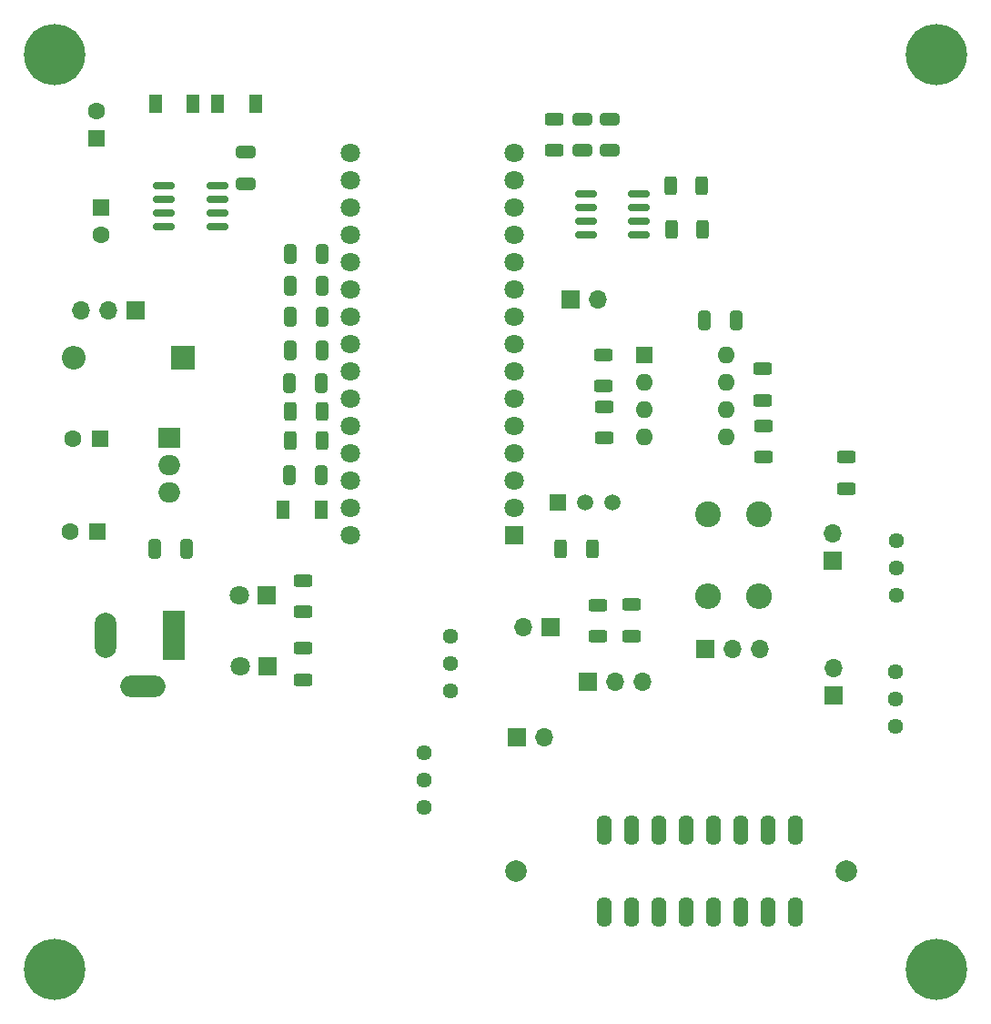
<source format=gbr>
%TF.GenerationSoftware,KiCad,Pcbnew,(6.0.7)*%
%TF.CreationDate,2023-04-23T16:52:27-04:00*%
%TF.ProjectId,NPN Tracer V2b-jlcpcb,4e504e20-5472-4616-9365-72205632622d,rev?*%
%TF.SameCoordinates,Original*%
%TF.FileFunction,Soldermask,Top*%
%TF.FilePolarity,Negative*%
%FSLAX46Y46*%
G04 Gerber Fmt 4.6, Leading zero omitted, Abs format (unit mm)*
G04 Created by KiCad (PCBNEW (6.0.7)) date 2023-04-23 16:52:27*
%MOMM*%
%LPD*%
G01*
G04 APERTURE LIST*
G04 Aperture macros list*
%AMRoundRect*
0 Rectangle with rounded corners*
0 $1 Rounding radius*
0 $2 $3 $4 $5 $6 $7 $8 $9 X,Y pos of 4 corners*
0 Add a 4 corners polygon primitive as box body*
4,1,4,$2,$3,$4,$5,$6,$7,$8,$9,$2,$3,0*
0 Add four circle primitives for the rounded corners*
1,1,$1+$1,$2,$3*
1,1,$1+$1,$4,$5*
1,1,$1+$1,$6,$7*
1,1,$1+$1,$8,$9*
0 Add four rect primitives between the rounded corners*
20,1,$1+$1,$2,$3,$4,$5,0*
20,1,$1+$1,$4,$5,$6,$7,0*
20,1,$1+$1,$6,$7,$8,$9,0*
20,1,$1+$1,$8,$9,$2,$3,0*%
G04 Aperture macros list end*
%ADD10C,1.800000*%
%ADD11R,1.800000X1.800000*%
%ADD12RoundRect,0.150000X-0.825000X-0.150000X0.825000X-0.150000X0.825000X0.150000X-0.825000X0.150000X0*%
%ADD13RoundRect,0.250000X0.325000X0.650000X-0.325000X0.650000X-0.325000X-0.650000X0.325000X-0.650000X0*%
%ADD14RoundRect,0.250000X0.625000X-0.312500X0.625000X0.312500X-0.625000X0.312500X-0.625000X-0.312500X0*%
%ADD15R,1.300000X1.700000*%
%ADD16R,2.000000X4.600000*%
%ADD17O,2.000000X4.200000*%
%ADD18O,4.200000X2.000000*%
%ADD19R,2.200000X2.200000*%
%ADD20O,2.200000X2.200000*%
%ADD21R,1.700000X1.700000*%
%ADD22O,1.700000X1.700000*%
%ADD23C,1.440000*%
%ADD24RoundRect,0.250000X0.312500X0.625000X-0.312500X0.625000X-0.312500X-0.625000X0.312500X-0.625000X0*%
%ADD25C,2.000000*%
%ADD26O,1.408000X2.816000*%
%ADD27RoundRect,0.250000X-0.625000X0.312500X-0.625000X-0.312500X0.625000X-0.312500X0.625000X0.312500X0*%
%ADD28R,2.000000X1.905000*%
%ADD29O,2.000000X1.905000*%
%ADD30C,5.700000*%
%ADD31C,3.600000*%
%ADD32R,1.500000X1.500000*%
%ADD33C,1.500000*%
%ADD34RoundRect,0.250000X-0.312500X-0.625000X0.312500X-0.625000X0.312500X0.625000X-0.312500X0.625000X0*%
%ADD35R,1.600000X1.600000*%
%ADD36C,1.600000*%
%ADD37RoundRect,0.250000X-0.650000X0.325000X-0.650000X-0.325000X0.650000X-0.325000X0.650000X0.325000X0*%
%ADD38O,1.600000X1.600000*%
%ADD39C,2.400000*%
%ADD40O,2.400000X2.400000*%
G04 APERTURE END LIST*
D10*
%TO.C,TB1*%
X81802500Y-107950000D03*
X81802500Y-105410000D03*
X81802500Y-102870000D03*
X81802500Y-100330000D03*
X81802500Y-97790000D03*
X81802500Y-95250000D03*
X81802500Y-92710000D03*
X81802500Y-90170000D03*
X81802500Y-87630000D03*
X81802500Y-85090000D03*
X81802500Y-82550000D03*
X81802500Y-80010000D03*
X81802500Y-77470000D03*
X81802500Y-74930000D03*
X81802500Y-72390000D03*
X97042500Y-72390000D03*
X97042500Y-74930000D03*
X97042500Y-77470000D03*
X97042500Y-80010000D03*
X97042500Y-82550000D03*
X97042500Y-85090000D03*
X97042500Y-87630000D03*
X97042500Y-90170000D03*
X97042500Y-92710000D03*
X97042500Y-95250000D03*
X97042500Y-97790000D03*
X97042500Y-100330000D03*
X97042500Y-102870000D03*
X97042500Y-105410000D03*
D11*
X97042500Y-107950000D03*
%TD*%
D12*
%TO.C,U2*%
X103697000Y-76200000D03*
X103697000Y-77470000D03*
X103697000Y-78740000D03*
X103697000Y-80010000D03*
X108647000Y-80010000D03*
X108647000Y-78740000D03*
X108647000Y-77470000D03*
X108647000Y-76200000D03*
%TD*%
%TO.C,U4*%
X64454000Y-75438000D03*
X64454000Y-76708000D03*
X64454000Y-77978000D03*
X64454000Y-79248000D03*
X69404000Y-79248000D03*
X69404000Y-77978000D03*
X69404000Y-76708000D03*
X69404000Y-75438000D03*
%TD*%
D13*
%TO.C,C15*%
X66499000Y-109220000D03*
X63549000Y-109220000D03*
%TD*%
D14*
%TO.C,R14*%
X77343000Y-115066000D03*
X77343000Y-112141000D03*
%TD*%
D15*
%TO.C,D3*%
X69433500Y-67754500D03*
X72933500Y-67754500D03*
%TD*%
D16*
%TO.C,J8*%
X65341500Y-117206000D03*
D17*
X59041500Y-117206000D03*
D18*
X62441500Y-122006000D03*
%TD*%
D11*
%TO.C,D2*%
X73982500Y-113538000D03*
D10*
X71442500Y-113538000D03*
%TD*%
D19*
%TO.C,D1*%
X66167000Y-91440000D03*
D20*
X56007000Y-91440000D03*
%TD*%
D21*
%TO.C,J6*%
X97282000Y-126746000D03*
D22*
X99822000Y-126746000D03*
%TD*%
D15*
%TO.C,D4*%
X63655000Y-67818000D03*
X67155000Y-67818000D03*
%TD*%
D23*
%TO.C,ADC1*%
X132588000Y-113548000D03*
X132588000Y-111008000D03*
X132588000Y-108468000D03*
%TD*%
D24*
%TO.C,R16*%
X79123000Y-99123500D03*
X76198000Y-99123500D03*
%TD*%
D23*
%TO.C,ADC4*%
X91122500Y-122438000D03*
X91122500Y-119898000D03*
X91122500Y-117358000D03*
%TD*%
%TO.C,ADC3*%
X88646000Y-133233000D03*
X88646000Y-130693000D03*
X88646000Y-128153000D03*
%TD*%
D21*
%TO.C,J2*%
X126746000Y-122809000D03*
D22*
X126746000Y-120269000D03*
%TD*%
D21*
%TO.C,J7*%
X61834000Y-86995000D03*
D22*
X59294000Y-86995000D03*
X56754000Y-86995000D03*
%TD*%
D25*
%TO.C,ZX1*%
X127920000Y-139192000D03*
X97180000Y-139192000D03*
D26*
X105410000Y-143002000D03*
X107950000Y-143002000D03*
X110490000Y-143002000D03*
X113030000Y-143002000D03*
X115570000Y-143002000D03*
X118110000Y-143002000D03*
X120650000Y-143002000D03*
X123190000Y-143002000D03*
X123190000Y-135382000D03*
X120650000Y-135382000D03*
X118110000Y-135382000D03*
X115570000Y-135382000D03*
X113030000Y-135382000D03*
X110490000Y-135382000D03*
X107950000Y-135382000D03*
X105410000Y-135382000D03*
%TD*%
D14*
%TO.C,R13*%
X104838500Y-117350000D03*
X104838500Y-114425000D03*
%TD*%
D21*
%TO.C,J9*%
X102298500Y-85979000D03*
D22*
X104838500Y-85979000D03*
%TD*%
D11*
%TO.C,D6*%
X74046000Y-120078500D03*
D10*
X71506000Y-120078500D03*
%TD*%
D21*
%TO.C,J5*%
X100398500Y-116459000D03*
D22*
X97858500Y-116459000D03*
%TD*%
D14*
%TO.C,R12*%
X107950000Y-117286500D03*
X107950000Y-114361500D03*
%TD*%
D23*
%TO.C,ADC2*%
X132524500Y-125740000D03*
X132524500Y-123200000D03*
X132524500Y-120660000D03*
%TD*%
D27*
%TO.C,R17*%
X77343000Y-118423500D03*
X77343000Y-121348500D03*
%TD*%
D21*
%TO.C,J4*%
X103901000Y-121539000D03*
D22*
X106441000Y-121539000D03*
X108981000Y-121539000D03*
%TD*%
D28*
%TO.C,U3*%
X64960500Y-98869500D03*
D29*
X64960500Y-101409500D03*
X64960500Y-103949500D03*
%TD*%
D21*
%TO.C,J3*%
X126682500Y-110299500D03*
D22*
X126682500Y-107759500D03*
%TD*%
D15*
%TO.C,D5*%
X79029500Y-105537000D03*
X75529500Y-105537000D03*
%TD*%
D21*
%TO.C,J1*%
X114808000Y-118491000D03*
D22*
X117348000Y-118491000D03*
X119888000Y-118491000D03*
%TD*%
D24*
%TO.C,R15*%
X79123000Y-96393000D03*
X76198000Y-96393000D03*
%TD*%
D13*
%TO.C,C13*%
X79135500Y-84709000D03*
X76185500Y-84709000D03*
%TD*%
D30*
%TO.C,H2*%
X136334500Y-148272500D03*
D31*
X136334500Y-148272500D03*
%TD*%
D13*
%TO.C,C12*%
X79072000Y-93789500D03*
X76122000Y-93789500D03*
%TD*%
D32*
%TO.C,Q1*%
X101092000Y-104902000D03*
D33*
X103632000Y-104902000D03*
X106172000Y-104902000D03*
%TD*%
D30*
%TO.C,H2*%
X54229000Y-148272500D03*
D31*
X54229000Y-148272500D03*
%TD*%
D14*
%TO.C,R3*%
X105297500Y-94047500D03*
X105297500Y-91122500D03*
%TD*%
%TO.C,R9*%
X127889000Y-103570500D03*
X127889000Y-100645500D03*
%TD*%
D34*
%TO.C,R1*%
X111631000Y-79438500D03*
X114556000Y-79438500D03*
%TD*%
D13*
%TO.C,C10*%
X79135500Y-90741500D03*
X76185500Y-90741500D03*
%TD*%
D35*
%TO.C,C4*%
X58493151Y-98933000D03*
D36*
X55993151Y-98933000D03*
%TD*%
D31*
%TO.C,H2*%
X54292500Y-63246000D03*
D30*
X54292500Y-63246000D03*
%TD*%
%TO.C,H2*%
X136334500Y-63246000D03*
D31*
X136334500Y-63246000D03*
%TD*%
D14*
%TO.C,R2*%
X105361000Y-98871500D03*
X105361000Y-95946500D03*
%TD*%
D13*
%TO.C,C11*%
X79135500Y-87630000D03*
X76185500Y-87630000D03*
%TD*%
D35*
%TO.C,C8*%
X58166000Y-70969500D03*
D36*
X58166000Y-68469500D03*
%TD*%
D37*
%TO.C,C2*%
X105918000Y-69200500D03*
X105918000Y-72150500D03*
%TD*%
D35*
%TO.C,U1*%
X109093000Y-91186000D03*
D38*
X109093000Y-93726000D03*
X109093000Y-96266000D03*
X109093000Y-98806000D03*
X116713000Y-98806000D03*
X116713000Y-96266000D03*
X116713000Y-93726000D03*
X116713000Y-91186000D03*
%TD*%
D35*
%TO.C,C7*%
X58547000Y-77470000D03*
D36*
X58547000Y-79970000D03*
%TD*%
D13*
%TO.C,C14*%
X79135500Y-81724500D03*
X76185500Y-81724500D03*
%TD*%
D37*
%TO.C,C3*%
X103378000Y-69200500D03*
X103378000Y-72150500D03*
%TD*%
%TO.C,C6*%
X72072500Y-72312000D03*
X72072500Y-75262000D03*
%TD*%
D14*
%TO.C,R11*%
X120142000Y-95379000D03*
X120142000Y-92454000D03*
%TD*%
D13*
%TO.C,C9*%
X79072000Y-102298500D03*
X76122000Y-102298500D03*
%TD*%
D14*
%TO.C,R7*%
X100774500Y-72138000D03*
X100774500Y-69213000D03*
%TD*%
D39*
%TO.C,R5*%
X115062000Y-105981500D03*
D40*
X115062000Y-113601500D03*
%TD*%
%TO.C,R6*%
X119824500Y-113601500D03*
D39*
X119824500Y-105981500D03*
%TD*%
D24*
%TO.C,R4*%
X104269000Y-109156500D03*
X101344000Y-109156500D03*
%TD*%
D13*
%TO.C,C1*%
X117680000Y-87947500D03*
X114730000Y-87947500D03*
%TD*%
D14*
%TO.C,R10*%
X120205500Y-100649500D03*
X120205500Y-97724500D03*
%TD*%
D35*
%TO.C,C5*%
X58239151Y-107569000D03*
D36*
X55739151Y-107569000D03*
%TD*%
D34*
%TO.C,R8*%
X111567500Y-75374500D03*
X114492500Y-75374500D03*
%TD*%
M02*

</source>
